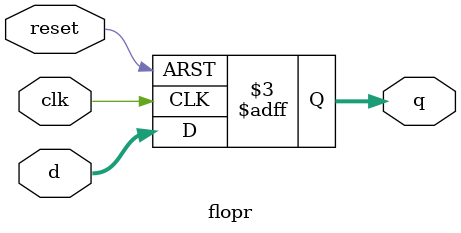
<source format=v>
`timescale 1ns / 1ps


module flopr #(parameter W = 8) (
    input clk, reset,
    input [W-1:0]d,
    output reg [W-1:0]q
    );
    
    always @ (posedge clk or posedge reset) begin
        if (reset == 1'b1) q <= 0;                  // reset: PC = 0x00000000
        else q <= d;
    end
endmodule

</source>
